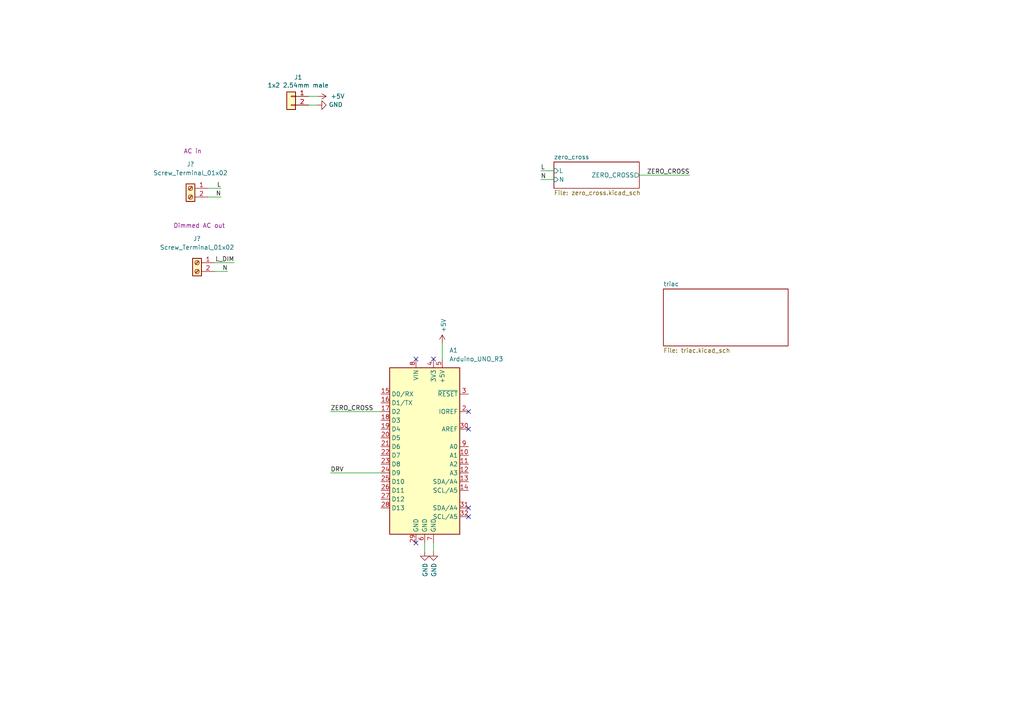
<source format=kicad_sch>
(kicad_sch (version 20211123) (generator eeschema)
  (paper "A4")
  (lib_symbols
    (symbol "Connector:Screw_Terminal_01x02" (pin_names (offset 1.016) hide)
      (property "Reference" "J" (at 0 2.54 0))
      (property "Value" "Screw_Terminal_01x02" (at 0 -5.08 0))
      (symbol "Screw_Terminal_01x02_1_1"
        (rectangle (start -1.27 1.27) (end 1.27 -3.81) (stroke (width 0.254)) (fill (type background)))
        (circle (center 0 -2.54) (radius 0.635) (stroke (width 0.1524)))
        (polyline (pts (xy -0.5334 -2.2098) (xy 0.3302 -3.048)) (stroke (width 0.1524)))
        (polyline (pts (xy -0.5334 0.3302) (xy 0.3302 -0.508)) (stroke (width 0.1524)))
        (polyline (pts (xy -0.3556 -2.032) (xy 0.508 -2.8702)) (stroke (width 0.1524)))
        (polyline (pts (xy -0.3556 0.508) (xy 0.508 -0.3302)) (stroke (width 0.1524)))
        (circle (center 0 0) (radius 0.635) (stroke (width 0.1524)))
        (pin passive line (at -5.08 0 0) (length 3.81) (name "Pin_1") (number "1"))
        (pin passive line (at -5.08 -2.54 0) (length 3.81) (name "Pin_2") (number "2"))
      )
    )
    (symbol "Connector_Generic:Conn_01x02" (pin_names (offset 1.016) hide)
      (property "Reference" "J" (at 0 2.54 0))
      (property "Value" "Conn_01x02" (at 0 -5.08 0))
      (symbol "Conn_01x02_1_1"
        (rectangle (start -1.27 -2.413) (end 0 -2.667) (stroke (width 0.1524)))
        (rectangle (start -1.27 0.127) (end 0 -0.127) (stroke (width 0.1524)))
        (rectangle (start -1.27 1.27) (end 1.27 -3.81) (stroke (width 0.254)) (fill (type background)))
        (pin passive line (at -5.08 0 0) (length 3.81) (name "Pin_1") (number "1"))
        (pin passive line (at -5.08 -2.54 0) (length 3.81) (name "Pin_2") (number "2"))
      )
    )
    (symbol "MCU_Module:Arduino_UNO_R3"
      (property "Reference" "A" (at -10.16 23.495 0))
      (property "Value" "Arduino_UNO_R3" (at 5.08 -26.67 0))
      (symbol "Arduino_UNO_R3_0_1"
        (rectangle (start -10.16 22.86) (end 10.16 -25.4) (stroke (width 0.254)) (fill (type background)))
      )
      (symbol "Arduino_UNO_R3_1_1"
        (pin no_connect line (at -10.16 -20.32 0) (length 2.54) hide (name "NC") (number "1"))
        (pin bidirectional line (at 12.7 -2.54 180) (length 2.54) (name "A1") (number "10"))
        (pin bidirectional line (at 12.7 -5.08 180) (length 2.54) (name "A2") (number "11"))
        (pin bidirectional line (at 12.7 -7.62 180) (length 2.54) (name "A3") (number "12"))
        (pin bidirectional line (at 12.7 -10.16 180) (length 2.54) (name "SDA/A4") (number "13"))
        (pin bidirectional line (at 12.7 -12.7 180) (length 2.54) (name "SCL/A5") (number "14"))
        (pin bidirectional line (at -12.7 15.24 0) (length 2.54) (name "D0/RX") (number "15"))
        (pin bidirectional line (at -12.7 12.7 0) (length 2.54) (name "D1/TX") (number "16"))
        (pin bidirectional line (at -12.7 10.16 0) (length 2.54) (name "D2") (number "17"))
        (pin bidirectional line (at -12.7 7.62 0) (length 2.54) (name "D3") (number "18"))
        (pin bidirectional line (at -12.7 5.08 0) (length 2.54) (name "D4") (number "19"))
        (pin output line (at 12.7 10.16 180) (length 2.54) (name "IOREF") (number "2"))
        (pin bidirectional line (at -12.7 2.54 0) (length 2.54) (name "D5") (number "20"))
        (pin bidirectional line (at -12.7 0 0) (length 2.54) (name "D6") (number "21"))
        (pin bidirectional line (at -12.7 -2.54 0) (length 2.54) (name "D7") (number "22"))
        (pin bidirectional line (at -12.7 -5.08 0) (length 2.54) (name "D8") (number "23"))
        (pin bidirectional line (at -12.7 -7.62 0) (length 2.54) (name "D9") (number "24"))
        (pin bidirectional line (at -12.7 -10.16 0) (length 2.54) (name "D10") (number "25"))
        (pin bidirectional line (at -12.7 -12.7 0) (length 2.54) (name "D11") (number "26"))
        (pin bidirectional line (at -12.7 -15.24 0) (length 2.54) (name "D12") (number "27"))
        (pin bidirectional line (at -12.7 -17.78 0) (length 2.54) (name "D13") (number "28"))
        (pin power_in line (at -2.54 -27.94 90) (length 2.54) (name "GND") (number "29"))
        (pin input line (at 12.7 15.24 180) (length 2.54) (name "~{RESET}") (number "3"))
        (pin input line (at 12.7 5.08 180) (length 2.54) (name "AREF") (number "30"))
        (pin bidirectional line (at 12.7 -17.78 180) (length 2.54) (name "SDA/A4") (number "31"))
        (pin bidirectional line (at 12.7 -20.32 180) (length 2.54) (name "SCL/A5") (number "32"))
        (pin power_out line (at 2.54 25.4 270) (length 2.54) (name "3V3") (number "4"))
        (pin power_out line (at 5.08 25.4 270) (length 2.54) (name "+5V") (number "5"))
        (pin power_in line (at 0 -27.94 90) (length 2.54) (name "GND") (number "6"))
        (pin power_in line (at 2.54 -27.94 90) (length 2.54) (name "GND") (number "7"))
        (pin power_in line (at -2.54 25.4 270) (length 2.54) (name "VIN") (number "8"))
        (pin bidirectional line (at 12.7 0 180) (length 2.54) (name "A0") (number "9"))
      )
    )
    (symbol "power:+5V" (power) (pin_names (offset 0))
      (property "Value" "+5V" (at 0 3.556 0))
      (symbol "+5V_0_1"
        (polyline (pts (xy -0.762 1.27) (xy 0 2.54)))
        (polyline (pts (xy 0 0) (xy 0 2.54)))
        (polyline (pts (xy 0 2.54) (xy 0.762 1.27)))
      )
      (symbol "+5V_1_1"
        (pin power_in line (at 0 0 90) (length 0) hide (name "+5V") (number "1"))
      )
    )
    (symbol "power:GND" (power) (pin_names (offset 0))
      (property "Value" "GND" (at 0 -3.81 0))
      (symbol "GND_0_1"
        (polyline (pts (xy 0 0) (xy 0 -1.27) (xy 1.27 -1.27) (xy 0 -2.54) (xy -1.27 -1.27) (xy 0 -1.27)))
      )
      (symbol "GND_1_1"
        (pin power_in line (at 0 0 270) (length 0) hide (name "GND") (number "1"))
      )
    )
  )
  (no_connect (at 135.89 124.46))
  (no_connect (at 135.89 147.32))
  (no_connect (at 125.73 104.14))
  (no_connect (at 135.89 119.38))
  (no_connect (at 120.65 104.14))
  (no_connect (at 135.89 149.86))
  (no_connect (at 120.65 157.48))
  (wire (pts (xy 62.23 76.2) (xy 67.945 76.2)))
  (wire (pts (xy 128.27 99.695) (xy 128.27 104.14)))
  (wire (pts (xy 185.42 50.8) (xy 200.025 50.8)))
  (wire (pts (xy 62.23 78.74) (xy 66.04 78.74)))
  (wire (pts (xy 123.19 160.02) (xy 123.19 157.48)))
  (wire (pts (xy 160.655 52.07) (xy 156.845 52.07)))
  (wire (pts (xy 92.075 30.48) (xy 89.535 30.48)))
  (wire (pts (xy 160.655 49.53) (xy 156.845 49.53)))
  (wire (pts (xy 60.325 57.15) (xy 64.135 57.15)))
  (wire (pts (xy 125.73 160.02) (xy 125.73 157.48)))
  (wire (pts (xy 92.075 27.94) (xy 89.535 27.94)))
  (wire (pts (xy 60.325 54.61) (xy 64.135 54.61)))
  (wire (pts (xy 110.49 137.16) (xy 95.885 137.16)))
  (wire (pts (xy 110.49 119.38) (xy 95.885 119.38)))
  (label "N" (at 66.04 78.74 180))
  (label "N" (at 64.135 57.15 180))
  (label "L_DIM" (at 67.945 76.2 180))
  (label "L" (at 156.845 49.53 0))
  (label "ZERO_CROSS" (at 200.025 50.8 180))
  (label "DRV" (at 95.885 137.16 0))
  (label "ZERO_CROSS" (at 95.885 119.38 0))
  (label "N" (at 156.845 52.07 0))
  (label "L" (at 64.135 54.61 180))
  (symbol (lib_id "power:GND") (at 123.19 160.02 0) (unit 1)
    (property "Reference" "#PWR03" (effects hide))
    (property "Value" "GND" (at 123.317 163.2712 90) (effects (justify right)))
  )
  (symbol (lib_id "power:GND") (at 125.73 160.02 0) (unit 1)
    (property "Reference" "#PWR05" (effects hide))
    (property "Value" "GND" (at 125.857 163.2712 90) (effects (justify right)))
  )
  (symbol (lib_id "power:+5V") (at 128.27 99.695 0) (unit 1)
    (property "Reference" "#PWR06" (effects hide))
    (property "Value" "+5V" (at 128.651 96.4438 90) (effects (justify left)))
  )
  (symbol (lib_id "MCU_Module:Arduino_UNO_R3") (at 123.19 129.54 0) (unit 1)
    (property "Reference" "A1" (at 130.2894 101.6 0) (effects (justify left)))
    (property "Value" "Arduino_UNO_R3" (at 130.2894 104.14 0) (effects (justify left)))
    (property "Footprint" "For_Rasterboard:Arduino_UNO_R3_WithMountingHoles_Snapped_to_P2.54mm" (effects hide))
    (property "Datasheet" "https://www.arduino.cc/en/Main/arduinoBoardUno" (effects hide))
  )
  (symbol (lib_id "Connector:Screw_Terminal_01x02") (at 57.15 76.2 0) (mirror y) (unit 1)
    (property "Reference" "J?" (at 57.15 69.215 0))
    (property "Value" "Screw_Terminal_01x02" (at 57.15 71.755 0))
    (property "Comment" "Dimmed AC out" (at 57.785 65.405 0))
  )
  (symbol (lib_id "power:+5V") (at 92.075 27.94 270) (unit 1)
    (property "Reference" "#PWR01" (effects hide))
    (property "Value" "+5V" (at 95.885 27.9399 90) (effects (justify left)))
  )
  (symbol (lib_id "Connector:Screw_Terminal_01x02") (at 55.245 54.61 0) (mirror y) (unit 1)
    (property "Reference" "J?" (at 55.245 47.625 0))
    (property "Value" "Screw_Terminal_01x02" (at 55.245 50.165 0))
    (property "Comment" "AC in" (at 55.88 43.815 0))
  )
  (symbol (lib_id "Connector_Generic:Conn_01x02") (at 84.455 27.94 0) (mirror y) (unit 1)
    (property "Reference" "J1" (at 86.487 22.4282 0))
    (property "Value" "1x2 2.54mm male" (at 86.487 24.7396 0))
    (property "Footprint" "Extra_Common:MOLEX-22-23-2021" (effects hide))
  )
  (symbol (lib_id "power:GND") (at 92.075 30.48 90) (unit 1)
    (property "Reference" "#PWR02" (effects hide))
    (property "Value" "GND" (at 95.3262 30.353 90) (effects (justify right)))
  )
  (sheet (at 192.405 83.82) (size 36.195 16.51) (stroke (width 0.1524))
    (property "Sheet name" "triac" (at 192.405 83.1084 0) (effects (justify left bottom)))
    (property "Sheet file" "triac.kicad_sch" (at 192.405 100.9146 0) (effects (justify left top)))
  )
  (sheet (at 160.655 46.99) (size 24.765 7.62) (stroke (width 0.1524))
    (property "Sheet name" "zero_cross" (at 160.655 46.2784 0) (effects (justify left bottom)))
    (property "Sheet file" "zero_cross.kicad_sch" (at 160.655 55.1946 0) (effects (justify left top)))
    (pin "ZERO_CROSS" output (at 185.42 50.8 0))
    (pin "L" input (at 160.655 49.53 180))
    (pin "N" input (at 160.655 52.07 180))
  )
)
</source>
